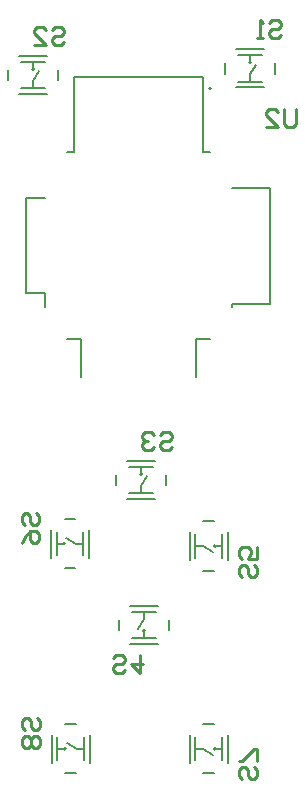
<source format=gbo>
G04*
G04 #@! TF.GenerationSoftware,Altium Limited,Altium Designer,23.9.2 (47)*
G04*
G04 Layer_Color=32896*
%FSLAX44Y44*%
%MOMM*%
G71*
G04*
G04 #@! TF.SameCoordinates,5FA424B9-A6D8-4F7E-AE3D-71B40F287457*
G04*
G04*
G04 #@! TF.FilePolarity,Positive*
G04*
G01*
G75*
%ADD10C,0.2540*%
%ADD11C,0.2000*%
%ADD14C,0.1270*%
D10*
X559868Y1151677D02*
X562407Y1154216D01*
X567486D01*
X570025Y1151677D01*
Y1149138D01*
X567486Y1146599D01*
X562407D01*
X559868Y1144059D01*
Y1141520D01*
X562407Y1138981D01*
X567486D01*
X570025Y1141520D01*
X554790Y1138981D02*
X549712D01*
X552251D01*
Y1154216D01*
X554790Y1151677D01*
X376558Y1145917D02*
X379098Y1148456D01*
X384176D01*
X386715Y1145917D01*
Y1143378D01*
X384176Y1140838D01*
X379098D01*
X376558Y1138299D01*
Y1135760D01*
X379098Y1133221D01*
X384176D01*
X386715Y1135760D01*
X361323Y1133221D02*
X371480D01*
X361323Y1143378D01*
Y1145917D01*
X363862Y1148456D01*
X368941D01*
X371480Y1145917D01*
X467998Y803017D02*
X470537Y805556D01*
X475616D01*
X478155Y803017D01*
Y800478D01*
X475616Y797939D01*
X470537D01*
X467998Y795399D01*
Y792860D01*
X470537Y790321D01*
X475616D01*
X478155Y792860D01*
X462920Y803017D02*
X460381Y805556D01*
X455302D01*
X452763Y803017D01*
Y800478D01*
X455302Y797939D01*
X457842D01*
X455302D01*
X452763Y795399D01*
Y792860D01*
X455302Y790321D01*
X460381D01*
X462920Y792860D01*
X438352Y603463D02*
X435812Y600924D01*
X430734D01*
X428195Y603463D01*
Y606002D01*
X430734Y608541D01*
X435812D01*
X438352Y611081D01*
Y613620D01*
X435812Y616159D01*
X430734D01*
X428195Y613620D01*
X451048Y616159D02*
Y600924D01*
X443430Y608541D01*
X453587D01*
X547747Y692782D02*
X550286Y690242D01*
Y685164D01*
X547747Y682625D01*
X545208D01*
X542669Y685164D01*
Y690242D01*
X540129Y692782D01*
X537590D01*
X535051Y690242D01*
Y685164D01*
X537590Y682625D01*
X550286Y708017D02*
Y697860D01*
X542669D01*
X545208Y702938D01*
Y705478D01*
X542669Y708017D01*
X537590D01*
X535051Y705478D01*
Y700399D01*
X537590Y697860D01*
X353273Y726648D02*
X350734Y729187D01*
Y734266D01*
X353273Y736805D01*
X355812D01*
X358352Y734266D01*
Y729187D01*
X360891Y726648D01*
X363430D01*
X365969Y729187D01*
Y734266D01*
X363430Y736805D01*
X350734Y711413D02*
X353273Y716492D01*
X358352Y721570D01*
X363430D01*
X365969Y719031D01*
Y713952D01*
X363430Y711413D01*
X360891D01*
X358352Y713952D01*
Y721570D01*
X547747Y521332D02*
X550286Y518792D01*
Y513714D01*
X547747Y511175D01*
X545208D01*
X542669Y513714D01*
Y518792D01*
X540129Y521332D01*
X537590D01*
X535051Y518792D01*
Y513714D01*
X537590Y511175D01*
X550286Y526410D02*
Y536567D01*
X547747D01*
X537590Y526410D01*
X535051D01*
X353953Y553088D02*
X351414Y555627D01*
Y560706D01*
X353953Y563245D01*
X356492D01*
X359031Y560706D01*
Y555627D01*
X361571Y553088D01*
X364110D01*
X366649Y555627D01*
Y560706D01*
X364110Y563245D01*
X353953Y548010D02*
X351414Y545471D01*
Y540392D01*
X353953Y537853D01*
X356492D01*
X359031Y540392D01*
X361571Y537853D01*
X364110D01*
X366649Y540392D01*
Y545471D01*
X364110Y548010D01*
X361571D01*
X359031Y545471D01*
X356492Y548010D01*
X353953D01*
X359031Y545471D02*
Y540392D01*
X583196Y1078531D02*
Y1065835D01*
X580657Y1063296D01*
X575578D01*
X573039Y1065835D01*
Y1078531D01*
X557804Y1063296D02*
X567961D01*
X557804Y1073452D01*
Y1075991D01*
X560343Y1078531D01*
X565422D01*
X567961Y1075991D01*
D11*
X544990Y1118200D02*
G03*
X544990Y1118200I-1000J0D01*
G01*
X361680Y1112440D02*
G03*
X361680Y1112440I-1000J0D01*
G01*
X453120Y769540D02*
G03*
X453120Y769540I-1000J0D01*
G01*
X455230Y636940D02*
G03*
X455230Y636940I-1000J0D01*
G01*
X515270Y708660D02*
G03*
X515270Y708660I-1000J0D01*
G01*
X387750Y710770D02*
G03*
X387750Y710770I-1000J0D01*
G01*
X515270Y537210D02*
G03*
X515270Y537210I-1000J0D01*
G01*
X388430D02*
G03*
X388430Y537210I-1000J0D01*
G01*
X511350Y1096160D02*
G03*
X511350Y1096160I-1000J0D01*
G01*
X532240Y1129200D02*
X555740D01*
X564990Y1108700D02*
Y1117700D01*
X532240Y1097200D02*
X555740D01*
X522990Y1108700D02*
Y1117700D01*
X533990Y1124450D02*
X553990D01*
X543990Y1118200D02*
Y1124450D01*
Y1101950D02*
Y1108200D01*
X533990Y1101950D02*
X553990D01*
X543990Y1108200D02*
X548990Y1116450D01*
X348930Y1123440D02*
X372430D01*
X381680Y1102940D02*
Y1111940D01*
X348930Y1091440D02*
X372430D01*
X339680Y1102940D02*
Y1111940D01*
X350680Y1118690D02*
X370680D01*
X360680Y1112440D02*
Y1118690D01*
Y1096190D02*
Y1102440D01*
X350680Y1096190D02*
X370680D01*
X360680Y1102440D02*
X365680Y1110690D01*
X440370Y780540D02*
X463870D01*
X473120Y760040D02*
Y769040D01*
X440370Y748540D02*
X463870D01*
X431120Y760040D02*
Y769040D01*
X442120Y775790D02*
X462120D01*
X452120Y769540D02*
Y775790D01*
Y753290D02*
Y759540D01*
X442120Y753290D02*
X462120D01*
X452120Y759540D02*
X457120Y767790D01*
X442480Y625940D02*
X465980D01*
X433230Y637440D02*
X433230Y646440D01*
X442480Y657940D02*
X465980D01*
X475230Y646440D02*
X475230Y637440D01*
X444230Y630690D02*
X464230D01*
X454230D02*
Y636940D01*
Y646940D02*
Y653190D01*
X444230Y653190D02*
X464230D01*
X449230Y638690D02*
X454230Y646940D01*
X525270Y696910D02*
Y720410D01*
X504770Y687660D02*
X513770D01*
X493270Y696910D02*
Y720410D01*
X504770Y729660D02*
X513770D01*
X520520Y698660D02*
Y718660D01*
X514270Y708660D02*
X520520D01*
X498020D02*
X504270D01*
X498020Y698660D02*
Y718660D01*
X504270Y708660D02*
X512520Y703660D01*
X375750Y699020D02*
Y722520D01*
X387250Y731770D02*
X396250D01*
X407750Y699020D02*
Y722520D01*
X387250Y689770D02*
X396250D01*
X380500Y700770D02*
Y720770D01*
Y710770D02*
X386750D01*
X396750D02*
X403000D01*
X403000Y700770D02*
Y720770D01*
X388500Y715770D02*
X396750Y710770D01*
X525270Y525460D02*
Y548960D01*
X504770Y516210D02*
X513770D01*
X493270Y525460D02*
Y548960D01*
X504770Y558210D02*
X513770D01*
X520520Y527210D02*
Y547210D01*
X514270Y537210D02*
X520520D01*
X498020D02*
X504270D01*
X498020Y527210D02*
Y547210D01*
X504270Y537210D02*
X512520Y532210D01*
X376430Y525460D02*
Y548960D01*
X387930Y558210D02*
X396930D01*
X408430Y525460D02*
Y548960D01*
X387930Y516210D02*
X396930D01*
X381180Y527210D02*
Y547210D01*
Y537210D02*
X387430D01*
X397430D02*
X403680D01*
Y527210D02*
Y547210D01*
X389180Y542210D02*
X397430Y537210D01*
D14*
X504350Y1042660D02*
X510550D01*
X504350D02*
Y1105660D01*
X395350D02*
X504350D01*
X395350Y1042660D02*
Y1105660D01*
X389050Y1042660D02*
X395350D01*
X354850Y1003660D02*
X370350D01*
X354850Y922660D02*
Y1003660D01*
Y922660D02*
X370350D01*
Y911460D02*
Y922660D01*
X389050Y883660D02*
X401350D01*
Y851660D02*
Y883660D01*
X498350Y851660D02*
Y883660D01*
X510550D01*
X529350Y910960D02*
Y913660D01*
X560850D01*
Y1011660D01*
X529350D02*
X560850D01*
M02*

</source>
